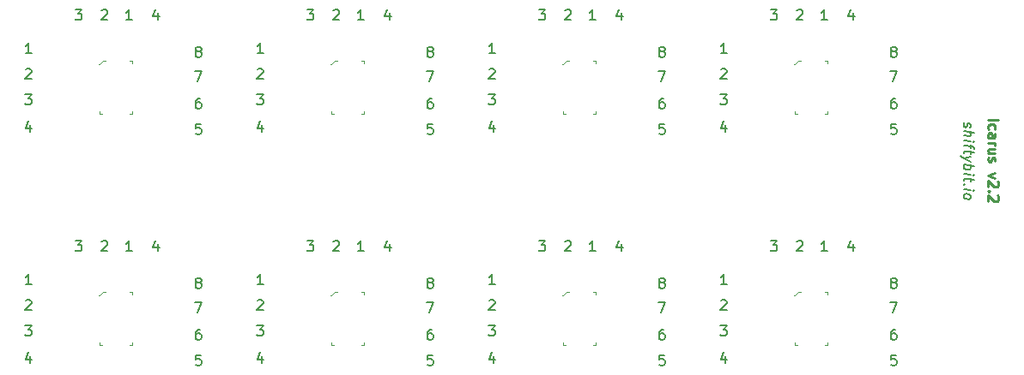
<source format=gbr>
G04 #@! TF.GenerationSoftware,KiCad,Pcbnew,(5.1.4)-1*
G04 #@! TF.CreationDate,2020-02-01T11:21:23-05:00*
G04 #@! TF.ProjectId,bob_ws2811_driver,626f625f-7773-4323-9831-315f64726976,rev?*
G04 #@! TF.SameCoordinates,Original*
G04 #@! TF.FileFunction,Legend,Top*
G04 #@! TF.FilePolarity,Positive*
%FSLAX46Y46*%
G04 Gerber Fmt 4.6, Leading zero omitted, Abs format (unit mm)*
G04 Created by KiCad (PCBNEW (5.1.4)-1) date 2020-02-01 11:21:23*
%MOMM*%
%LPD*%
G04 APERTURE LIST*
%ADD10C,0.150000*%
%ADD11C,0.250000*%
%ADD12C,0.100000*%
G04 APERTURE END LIST*
D10*
X103536714Y-61666380D02*
X102965285Y-61666380D01*
X103251000Y-61666380D02*
X103251000Y-60666380D01*
X103155761Y-60809238D01*
X103060523Y-60904476D01*
X102965285Y-60952095D01*
X120205476Y-66127380D02*
X120015000Y-66127380D01*
X119919761Y-66175000D01*
X119872142Y-66222619D01*
X119776904Y-66365476D01*
X119729285Y-66555952D01*
X119729285Y-66936904D01*
X119776904Y-67032142D01*
X119824523Y-67079761D01*
X119919761Y-67127380D01*
X120110238Y-67127380D01*
X120205476Y-67079761D01*
X120253095Y-67032142D01*
X120300714Y-66936904D01*
X120300714Y-66698809D01*
X120253095Y-66603571D01*
X120205476Y-66555952D01*
X120110238Y-66508333D01*
X119919761Y-66508333D01*
X119824523Y-66555952D01*
X119776904Y-66603571D01*
X119729285Y-66698809D01*
X103441476Y-68746714D02*
X103441476Y-69413380D01*
X103203380Y-68365761D02*
X102965285Y-69080047D01*
X103584333Y-69080047D01*
X119919761Y-61475952D02*
X119824523Y-61428333D01*
X119776904Y-61380714D01*
X119729285Y-61285476D01*
X119729285Y-61237857D01*
X119776904Y-61142619D01*
X119824523Y-61095000D01*
X119919761Y-61047380D01*
X120110238Y-61047380D01*
X120205476Y-61095000D01*
X120253095Y-61142619D01*
X120300714Y-61237857D01*
X120300714Y-61285476D01*
X120253095Y-61380714D01*
X120205476Y-61428333D01*
X120110238Y-61475952D01*
X119919761Y-61475952D01*
X119824523Y-61523571D01*
X119776904Y-61571190D01*
X119729285Y-61666428D01*
X119729285Y-61856904D01*
X119776904Y-61952142D01*
X119824523Y-61999761D01*
X119919761Y-62047380D01*
X120110238Y-62047380D01*
X120205476Y-61999761D01*
X120253095Y-61952142D01*
X120300714Y-61856904D01*
X120300714Y-61666428D01*
X120253095Y-61571190D01*
X120205476Y-61523571D01*
X120110238Y-61475952D01*
X102965285Y-63301619D02*
X103012904Y-63254000D01*
X103108142Y-63206380D01*
X103346238Y-63206380D01*
X103441476Y-63254000D01*
X103489095Y-63301619D01*
X103536714Y-63396857D01*
X103536714Y-63492095D01*
X103489095Y-63634952D01*
X102917666Y-64206380D01*
X103536714Y-64206380D01*
X110458285Y-57459619D02*
X110505904Y-57412000D01*
X110601142Y-57364380D01*
X110839238Y-57364380D01*
X110934476Y-57412000D01*
X110982095Y-57459619D01*
X111029714Y-57554857D01*
X111029714Y-57650095D01*
X110982095Y-57792952D01*
X110410666Y-58364380D01*
X111029714Y-58364380D01*
X107870666Y-57364380D02*
X108489714Y-57364380D01*
X108156380Y-57745333D01*
X108299238Y-57745333D01*
X108394476Y-57792952D01*
X108442095Y-57840571D01*
X108489714Y-57935809D01*
X108489714Y-58173904D01*
X108442095Y-58269142D01*
X108394476Y-58316761D01*
X108299238Y-58364380D01*
X108013523Y-58364380D01*
X107918285Y-58316761D01*
X107870666Y-58269142D01*
X116014476Y-57697714D02*
X116014476Y-58364380D01*
X115776380Y-57316761D02*
X115538285Y-58031047D01*
X116157333Y-58031047D01*
X120253095Y-68667380D02*
X119776904Y-68667380D01*
X119729285Y-69143571D01*
X119776904Y-69095952D01*
X119872142Y-69048333D01*
X120110238Y-69048333D01*
X120205476Y-69095952D01*
X120253095Y-69143571D01*
X120300714Y-69238809D01*
X120300714Y-69476904D01*
X120253095Y-69572142D01*
X120205476Y-69619761D01*
X120110238Y-69667380D01*
X119872142Y-69667380D01*
X119776904Y-69619761D01*
X119729285Y-69572142D01*
X102917666Y-65746380D02*
X103536714Y-65746380D01*
X103203380Y-66127333D01*
X103346238Y-66127333D01*
X103441476Y-66174952D01*
X103489095Y-66222571D01*
X103536714Y-66317809D01*
X103536714Y-66555904D01*
X103489095Y-66651142D01*
X103441476Y-66698761D01*
X103346238Y-66746380D01*
X103060523Y-66746380D01*
X102965285Y-66698761D01*
X102917666Y-66651142D01*
X119681666Y-63460380D02*
X120348333Y-63460380D01*
X119919761Y-64460380D01*
X113442714Y-58364380D02*
X112871285Y-58364380D01*
X113157000Y-58364380D02*
X113157000Y-57364380D01*
X113061761Y-57507238D01*
X112966523Y-57602476D01*
X112871285Y-57650095D01*
X142779761Y-61475952D02*
X142684523Y-61428333D01*
X142636904Y-61380714D01*
X142589285Y-61285476D01*
X142589285Y-61237857D01*
X142636904Y-61142619D01*
X142684523Y-61095000D01*
X142779761Y-61047380D01*
X142970238Y-61047380D01*
X143065476Y-61095000D01*
X143113095Y-61142619D01*
X143160714Y-61237857D01*
X143160714Y-61285476D01*
X143113095Y-61380714D01*
X143065476Y-61428333D01*
X142970238Y-61475952D01*
X142779761Y-61475952D01*
X142684523Y-61523571D01*
X142636904Y-61571190D01*
X142589285Y-61666428D01*
X142589285Y-61856904D01*
X142636904Y-61952142D01*
X142684523Y-61999761D01*
X142779761Y-62047380D01*
X142970238Y-62047380D01*
X143065476Y-61999761D01*
X143113095Y-61952142D01*
X143160714Y-61856904D01*
X143160714Y-61666428D01*
X143113095Y-61571190D01*
X143065476Y-61523571D01*
X142970238Y-61475952D01*
X130730666Y-57364380D02*
X131349714Y-57364380D01*
X131016380Y-57745333D01*
X131159238Y-57745333D01*
X131254476Y-57792952D01*
X131302095Y-57840571D01*
X131349714Y-57935809D01*
X131349714Y-58173904D01*
X131302095Y-58269142D01*
X131254476Y-58316761D01*
X131159238Y-58364380D01*
X130873523Y-58364380D01*
X130778285Y-58316761D01*
X130730666Y-58269142D01*
X126301476Y-68746714D02*
X126301476Y-69413380D01*
X126063380Y-68365761D02*
X125825285Y-69080047D01*
X126444333Y-69080047D01*
X138874476Y-57697714D02*
X138874476Y-58364380D01*
X138636380Y-57316761D02*
X138398285Y-58031047D01*
X139017333Y-58031047D01*
X126396714Y-61666380D02*
X125825285Y-61666380D01*
X126111000Y-61666380D02*
X126111000Y-60666380D01*
X126015761Y-60809238D01*
X125920523Y-60904476D01*
X125825285Y-60952095D01*
X136302714Y-58364380D02*
X135731285Y-58364380D01*
X136017000Y-58364380D02*
X136017000Y-57364380D01*
X135921761Y-57507238D01*
X135826523Y-57602476D01*
X135731285Y-57650095D01*
X133318285Y-57459619D02*
X133365904Y-57412000D01*
X133461142Y-57364380D01*
X133699238Y-57364380D01*
X133794476Y-57412000D01*
X133842095Y-57459619D01*
X133889714Y-57554857D01*
X133889714Y-57650095D01*
X133842095Y-57792952D01*
X133270666Y-58364380D01*
X133889714Y-58364380D01*
X143065476Y-66127380D02*
X142875000Y-66127380D01*
X142779761Y-66175000D01*
X142732142Y-66222619D01*
X142636904Y-66365476D01*
X142589285Y-66555952D01*
X142589285Y-66936904D01*
X142636904Y-67032142D01*
X142684523Y-67079761D01*
X142779761Y-67127380D01*
X142970238Y-67127380D01*
X143065476Y-67079761D01*
X143113095Y-67032142D01*
X143160714Y-66936904D01*
X143160714Y-66698809D01*
X143113095Y-66603571D01*
X143065476Y-66555952D01*
X142970238Y-66508333D01*
X142779761Y-66508333D01*
X142684523Y-66555952D01*
X142636904Y-66603571D01*
X142589285Y-66698809D01*
X142541666Y-63460380D02*
X143208333Y-63460380D01*
X142779761Y-64460380D01*
X143113095Y-68667380D02*
X142636904Y-68667380D01*
X142589285Y-69143571D01*
X142636904Y-69095952D01*
X142732142Y-69048333D01*
X142970238Y-69048333D01*
X143065476Y-69095952D01*
X143113095Y-69143571D01*
X143160714Y-69238809D01*
X143160714Y-69476904D01*
X143113095Y-69572142D01*
X143065476Y-69619761D01*
X142970238Y-69667380D01*
X142732142Y-69667380D01*
X142636904Y-69619761D01*
X142589285Y-69572142D01*
X125825285Y-63301619D02*
X125872904Y-63254000D01*
X125968142Y-63206380D01*
X126206238Y-63206380D01*
X126301476Y-63254000D01*
X126349095Y-63301619D01*
X126396714Y-63396857D01*
X126396714Y-63492095D01*
X126349095Y-63634952D01*
X125777666Y-64206380D01*
X126396714Y-64206380D01*
X125777666Y-65746380D02*
X126396714Y-65746380D01*
X126063380Y-66127333D01*
X126206238Y-66127333D01*
X126301476Y-66174952D01*
X126349095Y-66222571D01*
X126396714Y-66317809D01*
X126396714Y-66555904D01*
X126349095Y-66651142D01*
X126301476Y-66698761D01*
X126206238Y-66746380D01*
X125920523Y-66746380D01*
X125825285Y-66698761D01*
X125777666Y-66651142D01*
X161734476Y-57697714D02*
X161734476Y-58364380D01*
X161496380Y-57316761D02*
X161258285Y-58031047D01*
X161877333Y-58031047D01*
X149256714Y-61666380D02*
X148685285Y-61666380D01*
X148971000Y-61666380D02*
X148971000Y-60666380D01*
X148875761Y-60809238D01*
X148780523Y-60904476D01*
X148685285Y-60952095D01*
X156178285Y-57459619D02*
X156225904Y-57412000D01*
X156321142Y-57364380D01*
X156559238Y-57364380D01*
X156654476Y-57412000D01*
X156702095Y-57459619D01*
X156749714Y-57554857D01*
X156749714Y-57650095D01*
X156702095Y-57792952D01*
X156130666Y-58364380D01*
X156749714Y-58364380D01*
X153590666Y-57364380D02*
X154209714Y-57364380D01*
X153876380Y-57745333D01*
X154019238Y-57745333D01*
X154114476Y-57792952D01*
X154162095Y-57840571D01*
X154209714Y-57935809D01*
X154209714Y-58173904D01*
X154162095Y-58269142D01*
X154114476Y-58316761D01*
X154019238Y-58364380D01*
X153733523Y-58364380D01*
X153638285Y-58316761D01*
X153590666Y-58269142D01*
X149161476Y-68746714D02*
X149161476Y-69413380D01*
X148923380Y-68365761D02*
X148685285Y-69080047D01*
X149304333Y-69080047D01*
X165639761Y-61475952D02*
X165544523Y-61428333D01*
X165496904Y-61380714D01*
X165449285Y-61285476D01*
X165449285Y-61237857D01*
X165496904Y-61142619D01*
X165544523Y-61095000D01*
X165639761Y-61047380D01*
X165830238Y-61047380D01*
X165925476Y-61095000D01*
X165973095Y-61142619D01*
X166020714Y-61237857D01*
X166020714Y-61285476D01*
X165973095Y-61380714D01*
X165925476Y-61428333D01*
X165830238Y-61475952D01*
X165639761Y-61475952D01*
X165544523Y-61523571D01*
X165496904Y-61571190D01*
X165449285Y-61666428D01*
X165449285Y-61856904D01*
X165496904Y-61952142D01*
X165544523Y-61999761D01*
X165639761Y-62047380D01*
X165830238Y-62047380D01*
X165925476Y-61999761D01*
X165973095Y-61952142D01*
X166020714Y-61856904D01*
X166020714Y-61666428D01*
X165973095Y-61571190D01*
X165925476Y-61523571D01*
X165830238Y-61475952D01*
X159162714Y-58364380D02*
X158591285Y-58364380D01*
X158877000Y-58364380D02*
X158877000Y-57364380D01*
X158781761Y-57507238D01*
X158686523Y-57602476D01*
X158591285Y-57650095D01*
X165925476Y-66127380D02*
X165735000Y-66127380D01*
X165639761Y-66175000D01*
X165592142Y-66222619D01*
X165496904Y-66365476D01*
X165449285Y-66555952D01*
X165449285Y-66936904D01*
X165496904Y-67032142D01*
X165544523Y-67079761D01*
X165639761Y-67127380D01*
X165830238Y-67127380D01*
X165925476Y-67079761D01*
X165973095Y-67032142D01*
X166020714Y-66936904D01*
X166020714Y-66698809D01*
X165973095Y-66603571D01*
X165925476Y-66555952D01*
X165830238Y-66508333D01*
X165639761Y-66508333D01*
X165544523Y-66555952D01*
X165496904Y-66603571D01*
X165449285Y-66698809D01*
X165401666Y-63460380D02*
X166068333Y-63460380D01*
X165639761Y-64460380D01*
X165973095Y-68667380D02*
X165496904Y-68667380D01*
X165449285Y-69143571D01*
X165496904Y-69095952D01*
X165592142Y-69048333D01*
X165830238Y-69048333D01*
X165925476Y-69095952D01*
X165973095Y-69143571D01*
X166020714Y-69238809D01*
X166020714Y-69476904D01*
X165973095Y-69572142D01*
X165925476Y-69619761D01*
X165830238Y-69667380D01*
X165592142Y-69667380D01*
X165496904Y-69619761D01*
X165449285Y-69572142D01*
X148685285Y-63301619D02*
X148732904Y-63254000D01*
X148828142Y-63206380D01*
X149066238Y-63206380D01*
X149161476Y-63254000D01*
X149209095Y-63301619D01*
X149256714Y-63396857D01*
X149256714Y-63492095D01*
X149209095Y-63634952D01*
X148637666Y-64206380D01*
X149256714Y-64206380D01*
X148637666Y-65746380D02*
X149256714Y-65746380D01*
X148923380Y-66127333D01*
X149066238Y-66127333D01*
X149161476Y-66174952D01*
X149209095Y-66222571D01*
X149256714Y-66317809D01*
X149256714Y-66555904D01*
X149209095Y-66651142D01*
X149161476Y-66698761D01*
X149066238Y-66746380D01*
X148780523Y-66746380D01*
X148685285Y-66698761D01*
X148637666Y-66651142D01*
X188261666Y-63460380D02*
X188928333Y-63460380D01*
X188499761Y-64460380D01*
X172021476Y-68746714D02*
X172021476Y-69413380D01*
X171783380Y-68365761D02*
X171545285Y-69080047D01*
X172164333Y-69080047D01*
X172116714Y-61666380D02*
X171545285Y-61666380D01*
X171831000Y-61666380D02*
X171831000Y-60666380D01*
X171735761Y-60809238D01*
X171640523Y-60904476D01*
X171545285Y-60952095D01*
X188499761Y-61475952D02*
X188404523Y-61428333D01*
X188356904Y-61380714D01*
X188309285Y-61285476D01*
X188309285Y-61237857D01*
X188356904Y-61142619D01*
X188404523Y-61095000D01*
X188499761Y-61047380D01*
X188690238Y-61047380D01*
X188785476Y-61095000D01*
X188833095Y-61142619D01*
X188880714Y-61237857D01*
X188880714Y-61285476D01*
X188833095Y-61380714D01*
X188785476Y-61428333D01*
X188690238Y-61475952D01*
X188499761Y-61475952D01*
X188404523Y-61523571D01*
X188356904Y-61571190D01*
X188309285Y-61666428D01*
X188309285Y-61856904D01*
X188356904Y-61952142D01*
X188404523Y-61999761D01*
X188499761Y-62047380D01*
X188690238Y-62047380D01*
X188785476Y-61999761D01*
X188833095Y-61952142D01*
X188880714Y-61856904D01*
X188880714Y-61666428D01*
X188833095Y-61571190D01*
X188785476Y-61523571D01*
X188690238Y-61475952D01*
X179038285Y-57459619D02*
X179085904Y-57412000D01*
X179181142Y-57364380D01*
X179419238Y-57364380D01*
X179514476Y-57412000D01*
X179562095Y-57459619D01*
X179609714Y-57554857D01*
X179609714Y-57650095D01*
X179562095Y-57792952D01*
X178990666Y-58364380D01*
X179609714Y-58364380D01*
X188785476Y-66127380D02*
X188595000Y-66127380D01*
X188499761Y-66175000D01*
X188452142Y-66222619D01*
X188356904Y-66365476D01*
X188309285Y-66555952D01*
X188309285Y-66936904D01*
X188356904Y-67032142D01*
X188404523Y-67079761D01*
X188499761Y-67127380D01*
X188690238Y-67127380D01*
X188785476Y-67079761D01*
X188833095Y-67032142D01*
X188880714Y-66936904D01*
X188880714Y-66698809D01*
X188833095Y-66603571D01*
X188785476Y-66555952D01*
X188690238Y-66508333D01*
X188499761Y-66508333D01*
X188404523Y-66555952D01*
X188356904Y-66603571D01*
X188309285Y-66698809D01*
X176450666Y-57364380D02*
X177069714Y-57364380D01*
X176736380Y-57745333D01*
X176879238Y-57745333D01*
X176974476Y-57792952D01*
X177022095Y-57840571D01*
X177069714Y-57935809D01*
X177069714Y-58173904D01*
X177022095Y-58269142D01*
X176974476Y-58316761D01*
X176879238Y-58364380D01*
X176593523Y-58364380D01*
X176498285Y-58316761D01*
X176450666Y-58269142D01*
X188833095Y-68667380D02*
X188356904Y-68667380D01*
X188309285Y-69143571D01*
X188356904Y-69095952D01*
X188452142Y-69048333D01*
X188690238Y-69048333D01*
X188785476Y-69095952D01*
X188833095Y-69143571D01*
X188880714Y-69238809D01*
X188880714Y-69476904D01*
X188833095Y-69572142D01*
X188785476Y-69619761D01*
X188690238Y-69667380D01*
X188452142Y-69667380D01*
X188356904Y-69619761D01*
X188309285Y-69572142D01*
X171545285Y-63301619D02*
X171592904Y-63254000D01*
X171688142Y-63206380D01*
X171926238Y-63206380D01*
X172021476Y-63254000D01*
X172069095Y-63301619D01*
X172116714Y-63396857D01*
X172116714Y-63492095D01*
X172069095Y-63634952D01*
X171497666Y-64206380D01*
X172116714Y-64206380D01*
X182022714Y-58364380D02*
X181451285Y-58364380D01*
X181737000Y-58364380D02*
X181737000Y-57364380D01*
X181641761Y-57507238D01*
X181546523Y-57602476D01*
X181451285Y-57650095D01*
X171497666Y-65746380D02*
X172116714Y-65746380D01*
X171783380Y-66127333D01*
X171926238Y-66127333D01*
X172021476Y-66174952D01*
X172069095Y-66222571D01*
X172116714Y-66317809D01*
X172116714Y-66555904D01*
X172069095Y-66651142D01*
X172021476Y-66698761D01*
X171926238Y-66746380D01*
X171640523Y-66746380D01*
X171545285Y-66698761D01*
X171497666Y-66651142D01*
X184594476Y-57697714D02*
X184594476Y-58364380D01*
X184356380Y-57316761D02*
X184118285Y-58031047D01*
X184737333Y-58031047D01*
X188261666Y-40600380D02*
X188928333Y-40600380D01*
X188499761Y-41600380D01*
X172021476Y-45886714D02*
X172021476Y-46553380D01*
X171783380Y-45505761D02*
X171545285Y-46220047D01*
X172164333Y-46220047D01*
X188499761Y-38615952D02*
X188404523Y-38568333D01*
X188356904Y-38520714D01*
X188309285Y-38425476D01*
X188309285Y-38377857D01*
X188356904Y-38282619D01*
X188404523Y-38235000D01*
X188499761Y-38187380D01*
X188690238Y-38187380D01*
X188785476Y-38235000D01*
X188833095Y-38282619D01*
X188880714Y-38377857D01*
X188880714Y-38425476D01*
X188833095Y-38520714D01*
X188785476Y-38568333D01*
X188690238Y-38615952D01*
X188499761Y-38615952D01*
X188404523Y-38663571D01*
X188356904Y-38711190D01*
X188309285Y-38806428D01*
X188309285Y-38996904D01*
X188356904Y-39092142D01*
X188404523Y-39139761D01*
X188499761Y-39187380D01*
X188690238Y-39187380D01*
X188785476Y-39139761D01*
X188833095Y-39092142D01*
X188880714Y-38996904D01*
X188880714Y-38806428D01*
X188833095Y-38711190D01*
X188785476Y-38663571D01*
X188690238Y-38615952D01*
X172116714Y-38806380D02*
X171545285Y-38806380D01*
X171831000Y-38806380D02*
X171831000Y-37806380D01*
X171735761Y-37949238D01*
X171640523Y-38044476D01*
X171545285Y-38092095D01*
X179038285Y-34599619D02*
X179085904Y-34552000D01*
X179181142Y-34504380D01*
X179419238Y-34504380D01*
X179514476Y-34552000D01*
X179562095Y-34599619D01*
X179609714Y-34694857D01*
X179609714Y-34790095D01*
X179562095Y-34932952D01*
X178990666Y-35504380D01*
X179609714Y-35504380D01*
X188785476Y-43267380D02*
X188595000Y-43267380D01*
X188499761Y-43315000D01*
X188452142Y-43362619D01*
X188356904Y-43505476D01*
X188309285Y-43695952D01*
X188309285Y-44076904D01*
X188356904Y-44172142D01*
X188404523Y-44219761D01*
X188499761Y-44267380D01*
X188690238Y-44267380D01*
X188785476Y-44219761D01*
X188833095Y-44172142D01*
X188880714Y-44076904D01*
X188880714Y-43838809D01*
X188833095Y-43743571D01*
X188785476Y-43695952D01*
X188690238Y-43648333D01*
X188499761Y-43648333D01*
X188404523Y-43695952D01*
X188356904Y-43743571D01*
X188309285Y-43838809D01*
X176450666Y-34504380D02*
X177069714Y-34504380D01*
X176736380Y-34885333D01*
X176879238Y-34885333D01*
X176974476Y-34932952D01*
X177022095Y-34980571D01*
X177069714Y-35075809D01*
X177069714Y-35313904D01*
X177022095Y-35409142D01*
X176974476Y-35456761D01*
X176879238Y-35504380D01*
X176593523Y-35504380D01*
X176498285Y-35456761D01*
X176450666Y-35409142D01*
X188833095Y-45807380D02*
X188356904Y-45807380D01*
X188309285Y-46283571D01*
X188356904Y-46235952D01*
X188452142Y-46188333D01*
X188690238Y-46188333D01*
X188785476Y-46235952D01*
X188833095Y-46283571D01*
X188880714Y-46378809D01*
X188880714Y-46616904D01*
X188833095Y-46712142D01*
X188785476Y-46759761D01*
X188690238Y-46807380D01*
X188452142Y-46807380D01*
X188356904Y-46759761D01*
X188309285Y-46712142D01*
X171545285Y-40441619D02*
X171592904Y-40394000D01*
X171688142Y-40346380D01*
X171926238Y-40346380D01*
X172021476Y-40394000D01*
X172069095Y-40441619D01*
X172116714Y-40536857D01*
X172116714Y-40632095D01*
X172069095Y-40774952D01*
X171497666Y-41346380D01*
X172116714Y-41346380D01*
X182022714Y-35504380D02*
X181451285Y-35504380D01*
X181737000Y-35504380D02*
X181737000Y-34504380D01*
X181641761Y-34647238D01*
X181546523Y-34742476D01*
X181451285Y-34790095D01*
X171497666Y-42886380D02*
X172116714Y-42886380D01*
X171783380Y-43267333D01*
X171926238Y-43267333D01*
X172021476Y-43314952D01*
X172069095Y-43362571D01*
X172116714Y-43457809D01*
X172116714Y-43695904D01*
X172069095Y-43791142D01*
X172021476Y-43838761D01*
X171926238Y-43886380D01*
X171640523Y-43886380D01*
X171545285Y-43838761D01*
X171497666Y-43791142D01*
X184594476Y-34837714D02*
X184594476Y-35504380D01*
X184356380Y-34456761D02*
X184118285Y-35171047D01*
X184737333Y-35171047D01*
X165925476Y-43267380D02*
X165735000Y-43267380D01*
X165639761Y-43315000D01*
X165592142Y-43362619D01*
X165496904Y-43505476D01*
X165449285Y-43695952D01*
X165449285Y-44076904D01*
X165496904Y-44172142D01*
X165544523Y-44219761D01*
X165639761Y-44267380D01*
X165830238Y-44267380D01*
X165925476Y-44219761D01*
X165973095Y-44172142D01*
X166020714Y-44076904D01*
X166020714Y-43838809D01*
X165973095Y-43743571D01*
X165925476Y-43695952D01*
X165830238Y-43648333D01*
X165639761Y-43648333D01*
X165544523Y-43695952D01*
X165496904Y-43743571D01*
X165449285Y-43838809D01*
X165973095Y-45807380D02*
X165496904Y-45807380D01*
X165449285Y-46283571D01*
X165496904Y-46235952D01*
X165592142Y-46188333D01*
X165830238Y-46188333D01*
X165925476Y-46235952D01*
X165973095Y-46283571D01*
X166020714Y-46378809D01*
X166020714Y-46616904D01*
X165973095Y-46712142D01*
X165925476Y-46759761D01*
X165830238Y-46807380D01*
X165592142Y-46807380D01*
X165496904Y-46759761D01*
X165449285Y-46712142D01*
X149161476Y-45886714D02*
X149161476Y-46553380D01*
X148923380Y-45505761D02*
X148685285Y-46220047D01*
X149304333Y-46220047D01*
X165639761Y-38615952D02*
X165544523Y-38568333D01*
X165496904Y-38520714D01*
X165449285Y-38425476D01*
X165449285Y-38377857D01*
X165496904Y-38282619D01*
X165544523Y-38235000D01*
X165639761Y-38187380D01*
X165830238Y-38187380D01*
X165925476Y-38235000D01*
X165973095Y-38282619D01*
X166020714Y-38377857D01*
X166020714Y-38425476D01*
X165973095Y-38520714D01*
X165925476Y-38568333D01*
X165830238Y-38615952D01*
X165639761Y-38615952D01*
X165544523Y-38663571D01*
X165496904Y-38711190D01*
X165449285Y-38806428D01*
X165449285Y-38996904D01*
X165496904Y-39092142D01*
X165544523Y-39139761D01*
X165639761Y-39187380D01*
X165830238Y-39187380D01*
X165925476Y-39139761D01*
X165973095Y-39092142D01*
X166020714Y-38996904D01*
X166020714Y-38806428D01*
X165973095Y-38711190D01*
X165925476Y-38663571D01*
X165830238Y-38615952D01*
X159162714Y-35504380D02*
X158591285Y-35504380D01*
X158877000Y-35504380D02*
X158877000Y-34504380D01*
X158781761Y-34647238D01*
X158686523Y-34742476D01*
X158591285Y-34790095D01*
X148685285Y-40441619D02*
X148732904Y-40394000D01*
X148828142Y-40346380D01*
X149066238Y-40346380D01*
X149161476Y-40394000D01*
X149209095Y-40441619D01*
X149256714Y-40536857D01*
X149256714Y-40632095D01*
X149209095Y-40774952D01*
X148637666Y-41346380D01*
X149256714Y-41346380D01*
X148637666Y-42886380D02*
X149256714Y-42886380D01*
X148923380Y-43267333D01*
X149066238Y-43267333D01*
X149161476Y-43314952D01*
X149209095Y-43362571D01*
X149256714Y-43457809D01*
X149256714Y-43695904D01*
X149209095Y-43791142D01*
X149161476Y-43838761D01*
X149066238Y-43886380D01*
X148780523Y-43886380D01*
X148685285Y-43838761D01*
X148637666Y-43791142D01*
X165401666Y-40600380D02*
X166068333Y-40600380D01*
X165639761Y-41600380D01*
X149256714Y-38806380D02*
X148685285Y-38806380D01*
X148971000Y-38806380D02*
X148971000Y-37806380D01*
X148875761Y-37949238D01*
X148780523Y-38044476D01*
X148685285Y-38092095D01*
X153590666Y-34504380D02*
X154209714Y-34504380D01*
X153876380Y-34885333D01*
X154019238Y-34885333D01*
X154114476Y-34932952D01*
X154162095Y-34980571D01*
X154209714Y-35075809D01*
X154209714Y-35313904D01*
X154162095Y-35409142D01*
X154114476Y-35456761D01*
X154019238Y-35504380D01*
X153733523Y-35504380D01*
X153638285Y-35456761D01*
X153590666Y-35409142D01*
X156178285Y-34599619D02*
X156225904Y-34552000D01*
X156321142Y-34504380D01*
X156559238Y-34504380D01*
X156654476Y-34552000D01*
X156702095Y-34599619D01*
X156749714Y-34694857D01*
X156749714Y-34790095D01*
X156702095Y-34932952D01*
X156130666Y-35504380D01*
X156749714Y-35504380D01*
X161734476Y-34837714D02*
X161734476Y-35504380D01*
X161496380Y-34456761D02*
X161258285Y-35171047D01*
X161877333Y-35171047D01*
X143113095Y-45807380D02*
X142636904Y-45807380D01*
X142589285Y-46283571D01*
X142636904Y-46235952D01*
X142732142Y-46188333D01*
X142970238Y-46188333D01*
X143065476Y-46235952D01*
X143113095Y-46283571D01*
X143160714Y-46378809D01*
X143160714Y-46616904D01*
X143113095Y-46712142D01*
X143065476Y-46759761D01*
X142970238Y-46807380D01*
X142732142Y-46807380D01*
X142636904Y-46759761D01*
X142589285Y-46712142D01*
X142779761Y-38615952D02*
X142684523Y-38568333D01*
X142636904Y-38520714D01*
X142589285Y-38425476D01*
X142589285Y-38377857D01*
X142636904Y-38282619D01*
X142684523Y-38235000D01*
X142779761Y-38187380D01*
X142970238Y-38187380D01*
X143065476Y-38235000D01*
X143113095Y-38282619D01*
X143160714Y-38377857D01*
X143160714Y-38425476D01*
X143113095Y-38520714D01*
X143065476Y-38568333D01*
X142970238Y-38615952D01*
X142779761Y-38615952D01*
X142684523Y-38663571D01*
X142636904Y-38711190D01*
X142589285Y-38806428D01*
X142589285Y-38996904D01*
X142636904Y-39092142D01*
X142684523Y-39139761D01*
X142779761Y-39187380D01*
X142970238Y-39187380D01*
X143065476Y-39139761D01*
X143113095Y-39092142D01*
X143160714Y-38996904D01*
X143160714Y-38806428D01*
X143113095Y-38711190D01*
X143065476Y-38663571D01*
X142970238Y-38615952D01*
X126301476Y-45886714D02*
X126301476Y-46553380D01*
X126063380Y-45505761D02*
X125825285Y-46220047D01*
X126444333Y-46220047D01*
X143065476Y-43267380D02*
X142875000Y-43267380D01*
X142779761Y-43315000D01*
X142732142Y-43362619D01*
X142636904Y-43505476D01*
X142589285Y-43695952D01*
X142589285Y-44076904D01*
X142636904Y-44172142D01*
X142684523Y-44219761D01*
X142779761Y-44267380D01*
X142970238Y-44267380D01*
X143065476Y-44219761D01*
X143113095Y-44172142D01*
X143160714Y-44076904D01*
X143160714Y-43838809D01*
X143113095Y-43743571D01*
X143065476Y-43695952D01*
X142970238Y-43648333D01*
X142779761Y-43648333D01*
X142684523Y-43695952D01*
X142636904Y-43743571D01*
X142589285Y-43838809D01*
X125825285Y-40441619D02*
X125872904Y-40394000D01*
X125968142Y-40346380D01*
X126206238Y-40346380D01*
X126301476Y-40394000D01*
X126349095Y-40441619D01*
X126396714Y-40536857D01*
X126396714Y-40632095D01*
X126349095Y-40774952D01*
X125777666Y-41346380D01*
X126396714Y-41346380D01*
X125777666Y-42886380D02*
X126396714Y-42886380D01*
X126063380Y-43267333D01*
X126206238Y-43267333D01*
X126301476Y-43314952D01*
X126349095Y-43362571D01*
X126396714Y-43457809D01*
X126396714Y-43695904D01*
X126349095Y-43791142D01*
X126301476Y-43838761D01*
X126206238Y-43886380D01*
X125920523Y-43886380D01*
X125825285Y-43838761D01*
X125777666Y-43791142D01*
X142541666Y-40600380D02*
X143208333Y-40600380D01*
X142779761Y-41600380D01*
X126396714Y-38806380D02*
X125825285Y-38806380D01*
X126111000Y-38806380D02*
X126111000Y-37806380D01*
X126015761Y-37949238D01*
X125920523Y-38044476D01*
X125825285Y-38092095D01*
X138874476Y-34837714D02*
X138874476Y-35504380D01*
X138636380Y-34456761D02*
X138398285Y-35171047D01*
X139017333Y-35171047D01*
X130730666Y-34504380D02*
X131349714Y-34504380D01*
X131016380Y-34885333D01*
X131159238Y-34885333D01*
X131254476Y-34932952D01*
X131302095Y-34980571D01*
X131349714Y-35075809D01*
X131349714Y-35313904D01*
X131302095Y-35409142D01*
X131254476Y-35456761D01*
X131159238Y-35504380D01*
X130873523Y-35504380D01*
X130778285Y-35456761D01*
X130730666Y-35409142D01*
X136302714Y-35504380D02*
X135731285Y-35504380D01*
X136017000Y-35504380D02*
X136017000Y-34504380D01*
X135921761Y-34647238D01*
X135826523Y-34742476D01*
X135731285Y-34790095D01*
X133318285Y-34599619D02*
X133365904Y-34552000D01*
X133461142Y-34504380D01*
X133699238Y-34504380D01*
X133794476Y-34552000D01*
X133842095Y-34599619D01*
X133889714Y-34694857D01*
X133889714Y-34790095D01*
X133842095Y-34932952D01*
X133270666Y-35504380D01*
X133889714Y-35504380D01*
X119681666Y-40600380D02*
X120348333Y-40600380D01*
X119919761Y-41600380D01*
X119919761Y-38615952D02*
X119824523Y-38568333D01*
X119776904Y-38520714D01*
X119729285Y-38425476D01*
X119729285Y-38377857D01*
X119776904Y-38282619D01*
X119824523Y-38235000D01*
X119919761Y-38187380D01*
X120110238Y-38187380D01*
X120205476Y-38235000D01*
X120253095Y-38282619D01*
X120300714Y-38377857D01*
X120300714Y-38425476D01*
X120253095Y-38520714D01*
X120205476Y-38568333D01*
X120110238Y-38615952D01*
X119919761Y-38615952D01*
X119824523Y-38663571D01*
X119776904Y-38711190D01*
X119729285Y-38806428D01*
X119729285Y-38996904D01*
X119776904Y-39092142D01*
X119824523Y-39139761D01*
X119919761Y-39187380D01*
X120110238Y-39187380D01*
X120205476Y-39139761D01*
X120253095Y-39092142D01*
X120300714Y-38996904D01*
X120300714Y-38806428D01*
X120253095Y-38711190D01*
X120205476Y-38663571D01*
X120110238Y-38615952D01*
X120253095Y-45807380D02*
X119776904Y-45807380D01*
X119729285Y-46283571D01*
X119776904Y-46235952D01*
X119872142Y-46188333D01*
X120110238Y-46188333D01*
X120205476Y-46235952D01*
X120253095Y-46283571D01*
X120300714Y-46378809D01*
X120300714Y-46616904D01*
X120253095Y-46712142D01*
X120205476Y-46759761D01*
X120110238Y-46807380D01*
X119872142Y-46807380D01*
X119776904Y-46759761D01*
X119729285Y-46712142D01*
X120205476Y-43267380D02*
X120015000Y-43267380D01*
X119919761Y-43315000D01*
X119872142Y-43362619D01*
X119776904Y-43505476D01*
X119729285Y-43695952D01*
X119729285Y-44076904D01*
X119776904Y-44172142D01*
X119824523Y-44219761D01*
X119919761Y-44267380D01*
X120110238Y-44267380D01*
X120205476Y-44219761D01*
X120253095Y-44172142D01*
X120300714Y-44076904D01*
X120300714Y-43838809D01*
X120253095Y-43743571D01*
X120205476Y-43695952D01*
X120110238Y-43648333D01*
X119919761Y-43648333D01*
X119824523Y-43695952D01*
X119776904Y-43743571D01*
X119729285Y-43838809D01*
X103441476Y-45886714D02*
X103441476Y-46553380D01*
X103203380Y-45505761D02*
X102965285Y-46220047D01*
X103584333Y-46220047D01*
X103536714Y-38806380D02*
X102965285Y-38806380D01*
X103251000Y-38806380D02*
X103251000Y-37806380D01*
X103155761Y-37949238D01*
X103060523Y-38044476D01*
X102965285Y-38092095D01*
X102917666Y-42886380D02*
X103536714Y-42886380D01*
X103203380Y-43267333D01*
X103346238Y-43267333D01*
X103441476Y-43314952D01*
X103489095Y-43362571D01*
X103536714Y-43457809D01*
X103536714Y-43695904D01*
X103489095Y-43791142D01*
X103441476Y-43838761D01*
X103346238Y-43886380D01*
X103060523Y-43886380D01*
X102965285Y-43838761D01*
X102917666Y-43791142D01*
X102965285Y-40441619D02*
X103012904Y-40394000D01*
X103108142Y-40346380D01*
X103346238Y-40346380D01*
X103441476Y-40394000D01*
X103489095Y-40441619D01*
X103536714Y-40536857D01*
X103536714Y-40632095D01*
X103489095Y-40774952D01*
X102917666Y-41346380D01*
X103536714Y-41346380D01*
X195556238Y-45674062D02*
X195508619Y-45763348D01*
X195508619Y-45953824D01*
X195556238Y-46055014D01*
X195651476Y-46114538D01*
X195699095Y-46120491D01*
X195794333Y-46084776D01*
X195841952Y-45995491D01*
X195841952Y-45852633D01*
X195889571Y-45763348D01*
X195984809Y-45727633D01*
X196032428Y-45733586D01*
X196127666Y-45793110D01*
X196175285Y-45894300D01*
X196175285Y-46037157D01*
X196127666Y-46126443D01*
X195508619Y-46525252D02*
X196508619Y-46650252D01*
X195508619Y-46953824D02*
X196032428Y-47019300D01*
X196127666Y-46983586D01*
X196175285Y-46894300D01*
X196175285Y-46751443D01*
X196127666Y-46650252D01*
X196080047Y-46596681D01*
X195508619Y-47430014D02*
X196175285Y-47513348D01*
X196508619Y-47555014D02*
X196461000Y-47501443D01*
X196413380Y-47543110D01*
X196461000Y-47596681D01*
X196508619Y-47555014D01*
X196413380Y-47543110D01*
X196175285Y-47846681D02*
X196175285Y-48227633D01*
X195508619Y-47906205D02*
X196365761Y-48013348D01*
X196461000Y-48072872D01*
X196508619Y-48174062D01*
X196508619Y-48269300D01*
X196175285Y-48418110D02*
X196175285Y-48799062D01*
X196508619Y-48602633D02*
X195651476Y-48495491D01*
X195556238Y-48531205D01*
X195508619Y-48620491D01*
X195508619Y-48715729D01*
X196175285Y-49037157D02*
X195508619Y-49191919D01*
X196175285Y-49513348D02*
X195508619Y-49191919D01*
X195270523Y-49066919D01*
X195222904Y-49013348D01*
X195175285Y-48912157D01*
X195508619Y-49810967D02*
X196508619Y-49935967D01*
X196127666Y-49888348D02*
X196175285Y-49989538D01*
X196175285Y-50180014D01*
X196127666Y-50269300D01*
X196080047Y-50310967D01*
X195984809Y-50346681D01*
X195699095Y-50310967D01*
X195603857Y-50251443D01*
X195556238Y-50197872D01*
X195508619Y-50096681D01*
X195508619Y-49906205D01*
X195556238Y-49816919D01*
X195508619Y-50715729D02*
X196175285Y-50799062D01*
X196508619Y-50840729D02*
X196461000Y-50787157D01*
X196413380Y-50828824D01*
X196461000Y-50882395D01*
X196508619Y-50840729D01*
X196413380Y-50828824D01*
X196175285Y-51132395D02*
X196175285Y-51513348D01*
X196508619Y-51316919D02*
X195651476Y-51209776D01*
X195556238Y-51245491D01*
X195508619Y-51334776D01*
X195508619Y-51430014D01*
X195603857Y-51775252D02*
X195556238Y-51816919D01*
X195508619Y-51763348D01*
X195556238Y-51721681D01*
X195603857Y-51775252D01*
X195508619Y-51763348D01*
X195508619Y-52239538D02*
X196175285Y-52322872D01*
X196508619Y-52364538D02*
X196461000Y-52310967D01*
X196413380Y-52352633D01*
X196461000Y-52406205D01*
X196508619Y-52364538D01*
X196413380Y-52352633D01*
X195508619Y-52858586D02*
X195556238Y-52769300D01*
X195603857Y-52727633D01*
X195699095Y-52691919D01*
X195984809Y-52727633D01*
X196080047Y-52787157D01*
X196127666Y-52840729D01*
X196175285Y-52941919D01*
X196175285Y-53084776D01*
X196127666Y-53174062D01*
X196080047Y-53215729D01*
X195984809Y-53251443D01*
X195699095Y-53215729D01*
X195603857Y-53156205D01*
X195556238Y-53102633D01*
X195508619Y-53001443D01*
X195508619Y-52858586D01*
D11*
X197921619Y-45403000D02*
X198921619Y-45403000D01*
X197969238Y-46307761D02*
X197921619Y-46212523D01*
X197921619Y-46022047D01*
X197969238Y-45926809D01*
X198016857Y-45879190D01*
X198112095Y-45831571D01*
X198397809Y-45831571D01*
X198493047Y-45879190D01*
X198540666Y-45926809D01*
X198588285Y-46022047D01*
X198588285Y-46212523D01*
X198540666Y-46307761D01*
X197921619Y-47164904D02*
X198445428Y-47164904D01*
X198540666Y-47117285D01*
X198588285Y-47022047D01*
X198588285Y-46831571D01*
X198540666Y-46736333D01*
X197969238Y-47164904D02*
X197921619Y-47069666D01*
X197921619Y-46831571D01*
X197969238Y-46736333D01*
X198064476Y-46688714D01*
X198159714Y-46688714D01*
X198254952Y-46736333D01*
X198302571Y-46831571D01*
X198302571Y-47069666D01*
X198350190Y-47164904D01*
X197921619Y-47641095D02*
X198588285Y-47641095D01*
X198397809Y-47641095D02*
X198493047Y-47688714D01*
X198540666Y-47736333D01*
X198588285Y-47831571D01*
X198588285Y-47926809D01*
X198588285Y-48688714D02*
X197921619Y-48688714D01*
X198588285Y-48260142D02*
X198064476Y-48260142D01*
X197969238Y-48307761D01*
X197921619Y-48403000D01*
X197921619Y-48545857D01*
X197969238Y-48641095D01*
X198016857Y-48688714D01*
X197969238Y-49117285D02*
X197921619Y-49212523D01*
X197921619Y-49403000D01*
X197969238Y-49498238D01*
X198064476Y-49545857D01*
X198112095Y-49545857D01*
X198207333Y-49498238D01*
X198254952Y-49403000D01*
X198254952Y-49260142D01*
X198302571Y-49164904D01*
X198397809Y-49117285D01*
X198445428Y-49117285D01*
X198540666Y-49164904D01*
X198588285Y-49260142D01*
X198588285Y-49403000D01*
X198540666Y-49498238D01*
X198588285Y-50641095D02*
X197921619Y-50879190D01*
X198588285Y-51117285D01*
X198826380Y-51450619D02*
X198874000Y-51498238D01*
X198921619Y-51593476D01*
X198921619Y-51831571D01*
X198874000Y-51926809D01*
X198826380Y-51974428D01*
X198731142Y-52022047D01*
X198635904Y-52022047D01*
X198493047Y-51974428D01*
X197921619Y-51403000D01*
X197921619Y-52022047D01*
X198016857Y-52450619D02*
X197969238Y-52498238D01*
X197921619Y-52450619D01*
X197969238Y-52403000D01*
X198016857Y-52450619D01*
X197921619Y-52450619D01*
X198826380Y-52879190D02*
X198874000Y-52926809D01*
X198921619Y-53022047D01*
X198921619Y-53260142D01*
X198874000Y-53355380D01*
X198826380Y-53403000D01*
X198731142Y-53450619D01*
X198635904Y-53450619D01*
X198493047Y-53403000D01*
X197921619Y-52831571D01*
X197921619Y-53450619D01*
D10*
X116014476Y-34837714D02*
X116014476Y-35504380D01*
X115776380Y-34456761D02*
X115538285Y-35171047D01*
X116157333Y-35171047D01*
X107870666Y-34504380D02*
X108489714Y-34504380D01*
X108156380Y-34885333D01*
X108299238Y-34885333D01*
X108394476Y-34932952D01*
X108442095Y-34980571D01*
X108489714Y-35075809D01*
X108489714Y-35313904D01*
X108442095Y-35409142D01*
X108394476Y-35456761D01*
X108299238Y-35504380D01*
X108013523Y-35504380D01*
X107918285Y-35456761D01*
X107870666Y-35409142D01*
X110458285Y-34599619D02*
X110505904Y-34552000D01*
X110601142Y-34504380D01*
X110839238Y-34504380D01*
X110934476Y-34552000D01*
X110982095Y-34599619D01*
X111029714Y-34694857D01*
X111029714Y-34790095D01*
X110982095Y-34932952D01*
X110410666Y-35504380D01*
X111029714Y-35504380D01*
X113442714Y-35504380D02*
X112871285Y-35504380D01*
X113157000Y-35504380D02*
X113157000Y-34504380D01*
X113061761Y-34647238D01*
X112966523Y-34742476D01*
X112871285Y-34790095D01*
D12*
X110287000Y-62774000D02*
X110637000Y-62424000D01*
X113487000Y-62424000D02*
X113487000Y-62674000D01*
X113487000Y-62424000D02*
X113237000Y-62424000D01*
X110137000Y-62774000D02*
X110287000Y-62774000D01*
X110637000Y-62424000D02*
X110887000Y-62424000D01*
X110287000Y-67624000D02*
X110537000Y-67624000D01*
X110287000Y-67624000D02*
X110287000Y-67374000D01*
X113487000Y-67624000D02*
X113487000Y-67374000D01*
X113487000Y-67624000D02*
X113237000Y-67624000D01*
X136347000Y-67624000D02*
X136097000Y-67624000D01*
X136347000Y-67624000D02*
X136347000Y-67374000D01*
X133147000Y-67624000D02*
X133147000Y-67374000D01*
X133147000Y-67624000D02*
X133397000Y-67624000D01*
X133497000Y-62424000D02*
X133747000Y-62424000D01*
X132997000Y-62774000D02*
X133147000Y-62774000D01*
X136347000Y-62424000D02*
X136097000Y-62424000D01*
X136347000Y-62424000D02*
X136347000Y-62674000D01*
X133147000Y-62774000D02*
X133497000Y-62424000D01*
X156007000Y-62774000D02*
X156357000Y-62424000D01*
X159207000Y-62424000D02*
X159207000Y-62674000D01*
X159207000Y-62424000D02*
X158957000Y-62424000D01*
X155857000Y-62774000D02*
X156007000Y-62774000D01*
X156357000Y-62424000D02*
X156607000Y-62424000D01*
X156007000Y-67624000D02*
X156257000Y-67624000D01*
X156007000Y-67624000D02*
X156007000Y-67374000D01*
X159207000Y-67624000D02*
X159207000Y-67374000D01*
X159207000Y-67624000D02*
X158957000Y-67624000D01*
X182067000Y-67624000D02*
X181817000Y-67624000D01*
X182067000Y-67624000D02*
X182067000Y-67374000D01*
X178867000Y-67624000D02*
X178867000Y-67374000D01*
X178867000Y-67624000D02*
X179117000Y-67624000D01*
X179217000Y-62424000D02*
X179467000Y-62424000D01*
X178717000Y-62774000D02*
X178867000Y-62774000D01*
X182067000Y-62424000D02*
X181817000Y-62424000D01*
X182067000Y-62424000D02*
X182067000Y-62674000D01*
X178867000Y-62774000D02*
X179217000Y-62424000D01*
X178867000Y-39914000D02*
X179217000Y-39564000D01*
X182067000Y-39564000D02*
X182067000Y-39814000D01*
X182067000Y-39564000D02*
X181817000Y-39564000D01*
X178717000Y-39914000D02*
X178867000Y-39914000D01*
X179217000Y-39564000D02*
X179467000Y-39564000D01*
X178867000Y-44764000D02*
X179117000Y-44764000D01*
X178867000Y-44764000D02*
X178867000Y-44514000D01*
X182067000Y-44764000D02*
X182067000Y-44514000D01*
X182067000Y-44764000D02*
X181817000Y-44764000D01*
X159207000Y-44764000D02*
X158957000Y-44764000D01*
X159207000Y-44764000D02*
X159207000Y-44514000D01*
X156007000Y-44764000D02*
X156007000Y-44514000D01*
X156007000Y-44764000D02*
X156257000Y-44764000D01*
X156357000Y-39564000D02*
X156607000Y-39564000D01*
X155857000Y-39914000D02*
X156007000Y-39914000D01*
X159207000Y-39564000D02*
X158957000Y-39564000D01*
X159207000Y-39564000D02*
X159207000Y-39814000D01*
X156007000Y-39914000D02*
X156357000Y-39564000D01*
X133147000Y-39914000D02*
X133497000Y-39564000D01*
X136347000Y-39564000D02*
X136347000Y-39814000D01*
X136347000Y-39564000D02*
X136097000Y-39564000D01*
X132997000Y-39914000D02*
X133147000Y-39914000D01*
X133497000Y-39564000D02*
X133747000Y-39564000D01*
X133147000Y-44764000D02*
X133397000Y-44764000D01*
X133147000Y-44764000D02*
X133147000Y-44514000D01*
X136347000Y-44764000D02*
X136347000Y-44514000D01*
X136347000Y-44764000D02*
X136097000Y-44764000D01*
X113487000Y-44764000D02*
X113237000Y-44764000D01*
X113487000Y-44764000D02*
X113487000Y-44514000D01*
X110287000Y-44764000D02*
X110287000Y-44514000D01*
X110287000Y-44764000D02*
X110537000Y-44764000D01*
X110637000Y-39564000D02*
X110887000Y-39564000D01*
X110137000Y-39914000D02*
X110287000Y-39914000D01*
X113487000Y-39564000D02*
X113237000Y-39564000D01*
X113487000Y-39564000D02*
X113487000Y-39814000D01*
X110287000Y-39914000D02*
X110637000Y-39564000D01*
M02*

</source>
